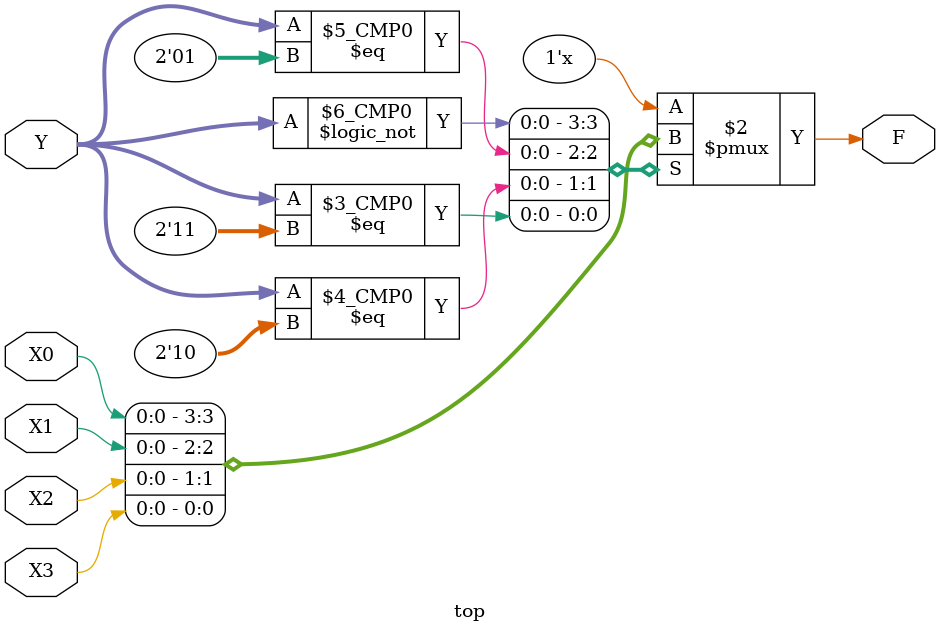
<source format=v>
module top(F, Y, X0, X1, X2, X3);
	output reg F;
	input [1:0] Y;
	input X0, X1, X2, X3;
	always@(*)
		case(Y)
			2'b00:F = X0;
			2'b01:F = X1;
			2'b10:F = X2;
			2'b11:F = X3;
			default: F = 1'b00;
		endcase
endmodule

</source>
